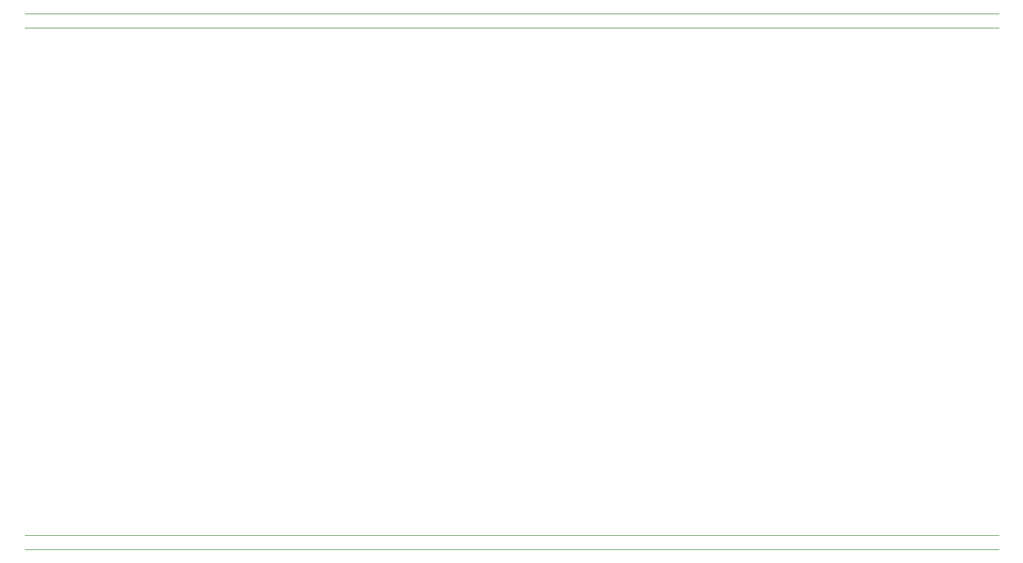
<source format=gbr>
G04 #@! TF.GenerationSoftware,KiCad,Pcbnew,(5.1.10)-1*
G04 #@! TF.CreationDate,2021-07-13T16:41:47+02:00*
G04 #@! TF.ProjectId,stab_tester,73746162-5f74-4657-9374-65722e6b6963,rev?*
G04 #@! TF.SameCoordinates,Original*
G04 #@! TF.FileFunction,Other,ECO1*
%FSLAX46Y46*%
G04 Gerber Fmt 4.6, Leading zero omitted, Abs format (unit mm)*
G04 Created by KiCad (PCBNEW (5.1.10)-1) date 2021-07-13 16:41:47*
%MOMM*%
%LPD*%
G01*
G04 APERTURE LIST*
%ADD10C,0.100000*%
G04 APERTURE END LIST*
D10*
X37513001Y-109807002D02*
X176863000Y-109807001D01*
X176863000Y-111807001D02*
X37513001Y-111807002D01*
X37513001Y-186482002D02*
X176863001Y-186482002D01*
X176863001Y-184482002D02*
X37513001Y-184482002D01*
M02*

</source>
